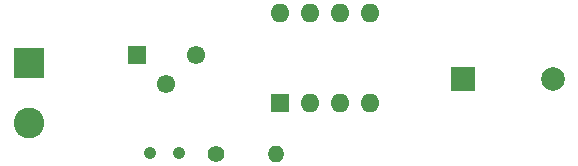
<source format=gbr>
%TF.GenerationSoftware,KiCad,Pcbnew,7.0.1*%
%TF.CreationDate,2023-06-11T13:36:55+05:30*%
%TF.ProjectId,EXP NO 8,45585020-4e4f-4203-982e-6b696361645f,rev?*%
%TF.SameCoordinates,Original*%
%TF.FileFunction,Soldermask,Top*%
%TF.FilePolarity,Negative*%
%FSLAX46Y46*%
G04 Gerber Fmt 4.6, Leading zero omitted, Abs format (unit mm)*
G04 Created by KiCad (PCBNEW 7.0.1) date 2023-06-11 13:36:55*
%MOMM*%
%LPD*%
G01*
G04 APERTURE LIST*
%ADD10R,1.600000X1.600000*%
%ADD11O,1.600000X1.600000*%
%ADD12R,1.550000X1.550000*%
%ADD13C,1.550000*%
%ADD14R,2.000000X2.000000*%
%ADD15C,2.000000*%
%ADD16C,1.050000*%
%ADD17R,2.600000X2.600000*%
%ADD18C,2.600000*%
%ADD19C,1.400000*%
%ADD20O,1.400000X1.400000*%
G04 APERTURE END LIST*
D10*
%TO.C,U1*%
X122900000Y-75700000D03*
D11*
X125440000Y-75700000D03*
X127980000Y-75700000D03*
X130520000Y-75700000D03*
X130520000Y-68080000D03*
X127980000Y-68080000D03*
X125440000Y-68080000D03*
X122900000Y-68080000D03*
%TD*%
D12*
%TO.C,RV1*%
X110800000Y-71600000D03*
D13*
X113300000Y-74100000D03*
X115800000Y-71600000D03*
%TD*%
D14*
%TO.C,BZ1*%
X138440000Y-73660000D03*
D15*
X146040000Y-73660000D03*
%TD*%
D16*
%TO.C,TH1*%
X111900000Y-79900000D03*
X114400000Y-79900000D03*
%TD*%
D17*
%TO.C,J1*%
X101700000Y-72300000D03*
D18*
X101700000Y-77380000D03*
%TD*%
D19*
%TO.C,R1*%
X117520000Y-80000000D03*
D20*
X122600000Y-80000000D03*
%TD*%
M02*

</source>
